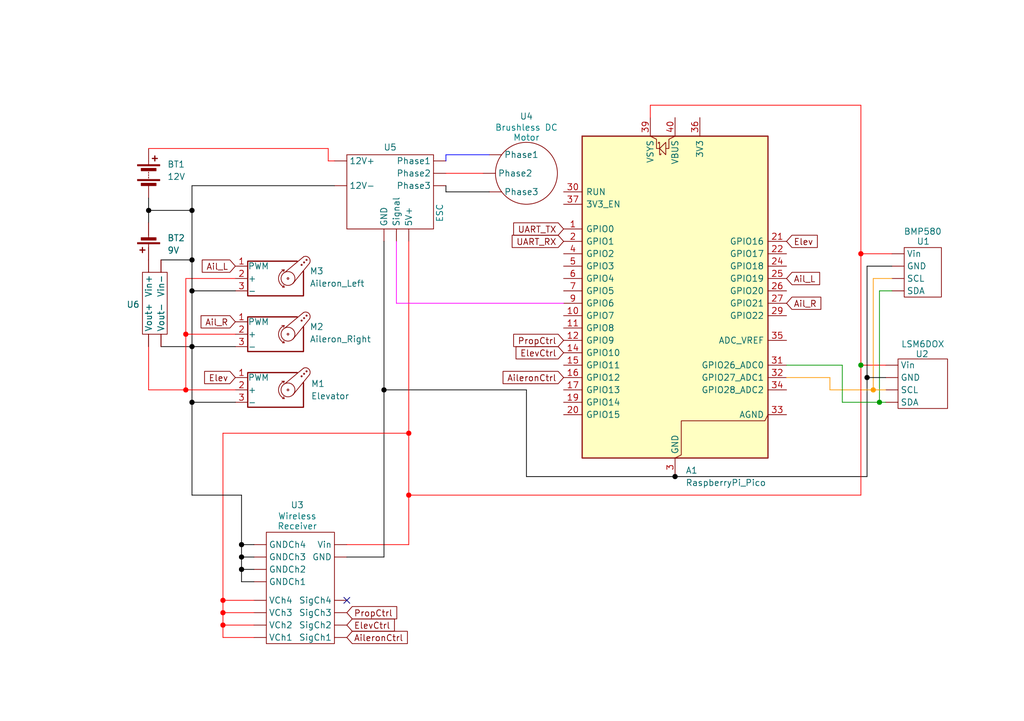
<source format=kicad_sch>
(kicad_sch (version 20250114) (generator "eeschema") (generator_version "9.0")
  (paper "User" 210 148)
  (title_block (title "Final Project Schematic") (company "ECE414") (comment 1 "By Robin Stopford and Sean McLoughlin"))
  (lib_symbols
    (symbol "Device:Battery" (pin_numbers (hide yes)) (pin_names (offset 0) (hide yes))
      (property "Reference" "BT" (at 2.54 2.54 0))
      (property "Value" "Battery" (at 2.54 0 0))
      (symbol "Battery_0_1"
        (rectangle (start -2.286 1.778) (end 2.286 1.524) (fill (type outline)))
        (rectangle (start -2.286 -1.27) (end 2.286 -1.524) (fill (type outline)))
        (rectangle (start -1.524 1.016) (end 1.524 0.508) (fill (type outline)))
        (rectangle (start -1.524 -2.032) (end 1.524 -2.54) (fill (type outline)))
        (polyline (pts (xy 0 1.778) (xy 0 2.54)))
        (polyline (pts (xy 0 0) (xy 0 0.254)))
        (polyline (pts (xy 0 -0.508) (xy 0 -0.254)))
        (polyline (pts (xy 0 -1.016) (xy 0 -0.762)))
        (polyline (pts (xy 0.762 3.048) (xy 1.778 3.048)) (stroke (width 0.254)))
        (polyline (pts (xy 1.27 3.556) (xy 1.27 2.54)) (stroke (width 0.254)))
      )
      (symbol "Battery_1_1"
        (pin passive line (at 0 5.08 270) (length 2.54) (name "+") (number "1"))
        (pin passive line (at 0 -5.08 90) (length 2.54) (name "-") (number "2"))
      )
    )
    (symbol "Device:Battery_Cell" (pin_numbers (hide yes)) (pin_names (offset 0) (hide yes))
      (property "Reference" "BT" (at 2.54 2.54 0))
      (property "Value" "Battery_Cell" (at 2.54 0 0))
      (symbol "Battery_Cell_0_1"
        (rectangle (start -2.286 1.778) (end 2.286 1.524) (fill (type outline)))
        (rectangle (start -1.524 1.016) (end 1.524 0.508) (fill (type outline)))
        (polyline (pts (xy 0 1.778) (xy 0 2.54)))
        (polyline (pts (xy 0 0.762) (xy 0 0)))
        (polyline (pts (xy 0.762 3.048) (xy 1.778 3.048)) (stroke (width 0.254)))
        (polyline (pts (xy 1.27 3.556) (xy 1.27 2.54)) (stroke (width 0.254)))
      )
      (symbol "Battery_Cell_1_1"
        (pin passive line (at 0 5.08 270) (length 2.54) (name "+") (number "1"))
        (pin passive line (at 0 -2.54 90) (length 2.54) (name "-") (number "2"))
      )
    )
    (symbol "MCU_Module:RaspberryPi_Pico" (pin_names (offset 0.762))
      (property "Reference" "A" (at -19.05 35.56 0))
      (property "Value" "RaspberryPi_Pico" (at 7.62 35.56 0))
      (symbol "RaspberryPi_Pico_0_1"
        (rectangle (start -19.05 34.29) (end 19.05 -31.75) (stroke (width 0.254)) (fill (type background)))
        (polyline (pts (xy -5.08 34.29) (xy -3.81 33.655) (xy -3.81 31.75) (xy -3.175 31.75)))
        (polyline (pts (xy -3.429 32.766) (xy -3.429 33.02) (xy -3.175 33.02) (xy -3.175 30.48) (xy -2.921 30.48) (xy -2.921 30.734)))
        (polyline (pts (xy -3.175 31.75) (xy -1.905 33.02) (xy -1.905 30.48) (xy -3.175 31.75)))
        (polyline (pts (xy 0 34.29) (xy -1.27 33.655) (xy -1.27 31.75) (xy -1.905 31.75)))
        (polyline (pts (xy 0 -31.75) (xy 1.27 -31.115) (xy 1.27 -24.13) (xy 18.415 -24.13) (xy 19.05 -22.86)))
      )
      (symbol "RaspberryPi_Pico_1_1"
        (pin passive line (at -22.86 22.86 0) (length 3.81) (name "RUN") (number "30"))
        (pin passive line (at -22.86 20.32 0) (length 3.81) (name "3V3_EN") (number "37"))
        (pin bidirectional line (at -22.86 15.24 0) (length 3.81) (name "GPIO0") (number "1"))
        (pin bidirectional line (at -22.86 12.7 0) (length 3.81) (name "GPIO1") (number "2"))
        (pin bidirectional line (at -22.86 10.16 0) (length 3.81) (name "GPIO2") (number "4"))
        (pin bidirectional line (at -22.86 7.62 0) (length 3.81) (name "GPIO3") (number "5"))
        (pin bidirectional line (at -22.86 5.08 0) (length 3.81) (name "GPIO4") (number "6"))
        (pin bidirectional line (at -22.86 2.54 0) (length 3.81) (name "GPIO5") (number "7"))
        (pin bidirectional line (at -22.86 0 0) (length 3.81) (name "GPIO6") (number "9"))
        (pin bidirectional line (at -22.86 -2.54 0) (length 3.81) (name "GPIO7") (number "10"))
        (pin bidirectional line (at -22.86 -5.08 0) (length 3.81) (name "GPIO8") (number "11"))
        (pin bidirectional line (at -22.86 -7.62 0) (length 3.81) (name "GPIO9") (number "12"))
        (pin bidirectional line (at -22.86 -10.16 0) (length 3.81) (name "GPIO10") (number "14"))
        (pin bidirectional line (at -22.86 -12.7 0) (length 3.81) (name "GPIO11") (number "15"))
        (pin bidirectional line (at -22.86 -15.24 0) (length 3.81) (name "GPIO12") (number "16"))
        (pin bidirectional line (at -22.86 -17.78 0) (length 3.81) (name "GPIO13") (number "17"))
        (pin bidirectional line (at -22.86 -20.32 0) (length 3.81) (name "GPIO14") (number "19"))
        (pin bidirectional line (at -22.86 -22.86 0) (length 3.81) (name "GPIO15") (number "20"))
        (pin power_in line (at -5.08 38.1 270) (length 3.81) (name "VSYS") (number "39"))
        (pin power_out line (at 0 38.1 270) (length 3.81) (name "VBUS") (number "40"))
        (pin passive line (at 0 -35.56 90) (length 3.81) (hide yes) (name "GND") (number "13"))
        (pin passive line (at 0 -35.56 90) (length 3.81) (hide yes) (name "GND") (number "18"))
        (pin passive line (at 0 -35.56 90) (length 3.81) (hide yes) (name "GND") (number "23"))
        (pin passive line (at 0 -35.56 90) (length 3.81) (hide yes) (name "GND") (number "28"))
        (pin power_out line (at 0 -35.56 90) (length 3.81) (name "GND") (number "3"))
        (pin passive line (at 0 -35.56 90) (length 3.81) (hide yes) (name "GND") (number "38"))
        (pin passive line (at 0 -35.56 90) (length 3.81) (hide yes) (name "GND") (number "8"))
        (pin power_out line (at 5.08 38.1 270) (length 3.81) (name "3V3") (number "36"))
        (pin bidirectional line (at 22.86 12.7 180) (length 3.81) (name "GPIO16") (number "21"))
        (pin bidirectional line (at 22.86 10.16 180) (length 3.81) (name "GPIO17") (number "22"))
        (pin bidirectional line (at 22.86 7.62 180) (length 3.81) (name "GPIO18") (number "24"))
        (pin bidirectional line (at 22.86 5.08 180) (length 3.81) (name "GPIO19") (number "25"))
        (pin bidirectional line (at 22.86 2.54 180) (length 3.81) (name "GPIO20") (number "26"))
        (pin bidirectional line (at 22.86 0 180) (length 3.81) (name "GPIO21") (number "27"))
        (pin bidirectional line (at 22.86 -2.54 180) (length 3.81) (name "GPIO22") (number "29"))
        (pin power_in line (at 22.86 -7.62 180) (length 3.81) (name "ADC_VREF") (number "35"))
        (pin bidirectional line (at 22.86 -12.7 180) (length 3.81) (name "GPIO26_ADC0") (number "31"))
        (pin bidirectional line (at 22.86 -15.24 180) (length 3.81) (name "GPIO27_ADC1") (number "32"))
        (pin bidirectional line (at 22.86 -17.78 180) (length 3.81) (name "GPIO28_ADC2") (number "34"))
        (pin power_out line (at 22.86 -22.86 180) (length 3.81) (name "AGND") (number "33"))
      )
    )
    (symbol "Motor:Motor_Servo" (pin_names (offset 0.0254))
      (property "Reference" "M" (at -5.08 4.445 0))
      (property "Value" "Motor_Servo" (at -5.08 -4.064 0))
      (symbol "Motor_Servo_0_1"
        (polyline (pts (xy 2.413 1.778) (xy 1.905 1.778)))
        (polyline (pts (xy 2.413 1.778) (xy 2.286 1.397)))
        (polyline (pts (xy 2.413 -1.778) (xy 2.032 -1.778)))
        (polyline (pts (xy 2.413 -1.778) (xy 2.286 -1.397)))
        (arc (start 2.413 -1.778) (mid 1.2406 0) (end 2.413 1.778))
        (circle (center 3.175 0) (radius 0.1778))
        (circle (center 3.175 0) (radius 1.4224))
        (polyline (pts (xy 5.08 3.556) (xy -5.08 3.556) (xy -5.08 -3.556) (xy 6.35 -3.556) (xy 6.35 1.524)) (stroke (width 0.254)))
        (circle (center 5.969 2.794) (radius 0.127))
        (polyline (pts (xy 6.35 4.445) (xy 2.54 1.27)))
        (circle (center 6.477 3.302) (radius 0.127))
        (arc (start 6.35 4.445) (mid 7.4487 4.2737) (end 7.62 3.175))
        (circle (center 6.985 3.81) (radius 0.127))
        (polyline (pts (xy 7.62 3.175) (xy 4.191 -1.016)))
      )
      (symbol "Motor_Servo_1_1"
        (pin passive line (at -7.62 2.54 0) (length 2.54) (name "PWM") (number "1"))
        (pin passive line (at -7.62 0 0) (length 2.54) (name "+") (number "2"))
        (pin passive line (at -7.62 -2.54 0) (length 2.54) (name "-") (number "3"))
      )
    )
    (symbol "projectLibrary:5V_Regulator"
      (property "Reference" "U" (at 0 0 0))
      (symbol "5V_Regulator_0_1"
        (rectangle (start -2.54 8.89) (end 2.54 -3.81))
      )
      (symbol "5V_Regulator_1_1"
        (pin input line (at -1.27 11.43 270) (length 2.54) (name "Vin+") (number ""))
        (pin output line (at -1.27 -6.35 90) (length 2.54) (name "Vout+") (number ""))
        (pin input line (at 1.27 11.43 270) (length 2.54) (name "Vin-") (number ""))
        (pin output line (at 1.27 -6.35 90) (length 2.54) (name "Vout-") (number ""))
      )
    )
    (symbol "projectLibrary:BLDC_Motor"
      (property "Reference" "U" (at 0 0 0))
      (symbol "BLDC_Motor_0_1"
        (circle (center 0 7.62) (radius 6.35))
      )
      (symbol "BLDC_Motor_1_1"
        (text "Brushless DC\nMotor" (at 0 16.002 0) (effects (font (size 1.27 1.27))))
        (pin output line (at 7.62 11.43 180) (length 2.54) (name "Phase1") (number ""))
        (pin output line (at 7.62 3.81 180) (length 2.54) (name "Phase3") (number ""))
        (pin output line (at 8.89 7.62 180) (length 2.54) (name "Phase2") (number ""))
      )
    )
    (symbol "projectLibrary:BMP580"
      (property "Reference" "U" (at 0 0 0))
      (symbol "BMP580_0_1"
        (rectangle (start -3.81 11.43) (end 3.81 1.27))
      )
      (symbol "BMP580_1_1"
        (text "BMP580" (at 0 -2.032 0) (effects (font (size 1.27 1.27))))
        (pin input line (at 6.35 10.16 180) (length 2.54) (name "SDA") (number ""))
        (pin input line (at 6.35 7.62 180) (length 2.54) (name "SCL") (number ""))
        (pin input line (at 6.35 5.08 180) (length 2.54) (name "GND") (number ""))
        (pin input line (at 6.35 2.54 180) (length 2.54) (name "Vin") (number ""))
      )
    )
    (symbol "projectLibrary:ESC"
      (property "Reference" "U" (at 0 0 0))
      (symbol "ESC_0_1"
        (rectangle (start -3.81 11.43) (end 11.43 -6.35))
      )
      (symbol "ESC_1_1"
        (text "ESC" (at 8.128 12.7 0) (effects (font (size 1.27 1.27))))
        (pin output line (at -2.54 13.97 270) (length 2.54) (name "Phase1") (number ""))
        (pin input line (at -2.54 -8.89 90) (length 2.54) (name "12V+") (number ""))
        (pin output line (at 0 13.97 270) (length 2.54) (name "Phase2") (number ""))
        (pin output line (at 2.54 13.97 270) (length 2.54) (name "Phase3") (number ""))
        (pin input line (at 2.54 -8.89 90) (length 2.54) (name "12V-") (number ""))
        (pin output line (at 13.97 6.35 180) (length 2.54) (name "5V+") (number ""))
        (pin input line (at 13.97 3.81 180) (length 2.54) (name "Signal") (number ""))
        (pin input line (at 13.97 1.27 180) (length 2.54) (name "GND") (number ""))
      )
    )
    (symbol "projectLibrary:LSM6DOX"
      (property "Reference" "U" (at 0 0 0))
      (symbol "LSM6DOX_0_1"
        (rectangle (start -5.08 11.43) (end 5.08 1.27))
      )
      (symbol "LSM6DOX_1_1"
        (text "LSM6DOX" (at 0 -1.778 0) (effects (font (size 1.27 1.27))))
        (pin input line (at 7.62 10.16 180) (length 2.54) (name "SDA") (number ""))
        (pin input line (at 7.62 7.62 180) (length 2.54) (name "SCL") (number ""))
        (pin output line (at 7.62 5.08 180) (length 2.54) (name "GND") (number ""))
        (pin input line (at 7.62 2.54 180) (length 2.54) (name "Vin") (number ""))
      )
    )
    (symbol "projectLibrary:Receiver"
      (property "Reference" "U" (at 0 0 0))
      (symbol "Receiver_0_1"
        (rectangle (start -6.35 24.13) (end 7.62 1.27))
      )
      (symbol "Receiver_1_1"
        (text "Wireless\nReceiver" (at 0 26.416 0) (effects (font (size 1.27 1.27))))
        (pin output line (at -8.89 21.59 0) (length 2.54) (name "GNDCh4") (number ""))
        (pin output line (at -8.89 19.05 0) (length 2.54) (name "GNDCh3") (number ""))
        (pin output line (at -8.89 16.51 0) (length 2.54) (name "GNDCh2") (number ""))
        (pin output line (at -8.89 13.97 0) (length 2.54) (name "GNDCh1") (number ""))
        (pin output line (at -8.89 10.16 0) (length 2.54) (name "VCh4") (number ""))
        (pin output line (at -8.89 7.62 0) (length 2.54) (name "VCh3") (number ""))
        (pin output line (at -8.89 5.08 0) (length 2.54) (name "VCh2") (number ""))
        (pin output line (at -8.89 2.54 0) (length 2.54) (name "VCh1") (number ""))
        (pin output line (at 10.16 21.59 180) (length 2.54) (name "Vin") (number ""))
        (pin output line (at 10.16 19.05 180) (length 2.54) (name "GND") (number ""))
        (pin output line (at 10.16 10.16 180) (length 2.54) (name "SigCh4") (number ""))
        (pin output line (at 10.16 7.62 180) (length 2.54) (name "SigCh3") (number ""))
        (pin output line (at 10.16 5.08 180) (length 2.54) (name "SigCh2") (number ""))
        (pin output line (at 10.16 2.54 180) (length 2.54) (name "SigCh1") (number ""))
      )
    )
  )
  (junction (at 78.74 80.01) (color 0 0 0 1))
  (junction (at 45.72 123.19) (color 255 0 0 1))
  (junction (at 38.1 68.58) (color 255 0 0 1))
  (junction (at 49.53 116.84) (color 0 0 0 1))
  (junction (at 176.53 52.07) (color 255 0 0 1))
  (junction (at 39.37 82.55) (color 0 0 0 1))
  (junction (at 83.82 101.6) (color 255 0 0 1))
  (junction (at 179.07 80.01) (color 255 153 0 1))
  (junction (at 38.1 80.01) (color 255 0 0 1))
  (junction (at 176.53 74.93))
  (junction (at 39.37 43.18) (color 0 0 0 1))
  (junction (at 138.43 97.79) (color 0 0 0 1))
  (junction (at 45.72 125.73) (color 255 0 0 1))
  (junction (at 177.8 77.47) (color 0 0 0 1))
  (junction (at 30.48 43.18) (color 0 0 0 1))
  (junction (at 180.34 82.55))
  (junction (at 45.72 128.27) (color 255 0 0 1))
  (junction (at 83.82 88.9) (color 255 0 0 1))
  (junction (at 49.53 114.3) (color 0 0 0 1))
  (junction (at 39.37 59.69) (color 0 0 0 1))
  (junction (at 39.37 71.12) (color 0 0 0 1))
  (junction (at 39.37 53.34) (color 0 0 0 1))
  (junction (at 49.53 111.76) (color 0 0 0 1))
  (no_connect (at 71.12 123.19))
  (wire (pts (xy 83.82 111.76) (xy 83.82 101.6)) (stroke (width 0) (color 255 0 0 1)))
  (wire (pts (xy 177.8 54.61) (xy 182.88 54.61)) (stroke (width 0) (color 0 0 0 1)))
  (wire (pts (xy 78.74 80.01) (xy 78.74 114.3)) (stroke (width 0) (color 0 0 0 1)))
  (wire (pts (xy 38.1 57.15) (xy 48.26 57.15)) (stroke (width 0) (color 255 0 0 1)))
  (wire (pts (xy 83.82 49.53) (xy 83.82 88.9)) (stroke (width 0) (color 255 0 0 1)))
  (wire (pts (xy 49.53 111.76) (xy 49.53 114.3)) (stroke (width 0) (color 0 0 0 1)))
  (wire (pts (xy 172.72 82.55) (xy 172.72 74.93)))
  (wire (pts (xy 39.37 101.6) (xy 49.53 101.6)) (stroke (width 0) (color 0 0 0 1)))
  (wire (pts (xy 172.72 74.93) (xy 161.29 74.93)))
  (wire (pts (xy 133.35 21.59) (xy 133.35 24.13)) (stroke (width 0) (color 255 0 0 1)))
  (wire (pts (xy 180.34 82.55) (xy 172.72 82.55)))
  (wire (pts (xy 133.35 21.59) (xy 176.53 21.59)) (stroke (width 0) (color 255 0 0 1)))
  (wire (pts (xy 30.48 80.01) (xy 30.48 71.12)) (stroke (width 0) (color 255 0 0 1)))
  (wire (pts (xy 91.44 31.75) (xy 91.44 33.02)) (stroke (width 0) (color 0 0 255 1)))
  (wire (pts (xy 180.34 59.69) (xy 180.34 82.55)))
  (wire (pts (xy 176.53 74.93) (xy 181.61 74.93)) (stroke (width 0) (color 255 0 0 1)))
  (wire (pts (xy 49.53 111.76) (xy 52.07 111.76)) (stroke (width 0) (color 0 0 0 1)))
  (wire (pts (xy 179.07 57.15) (xy 182.88 57.15)) (stroke (width 0) (color 255 153 0 1)))
  (wire (pts (xy 181.61 77.47) (xy 177.8 77.47)) (stroke (width 0) (color 0 0 0 1)))
  (wire (pts (xy 30.48 43.18) (xy 30.48 45.72)) (stroke (width 0) (color 0 0 0 1)))
  (wire (pts (xy 78.74 80.01) (xy 107.95 80.01)) (stroke (width 0) (color 0 0 0 1)))
  (wire (pts (xy 49.53 116.84) (xy 49.53 119.38)) (stroke (width 0) (color 0 0 0 1)))
  (wire (pts (xy 49.53 114.3) (xy 49.53 116.84)) (stroke (width 0) (color 0 0 0 1)))
  (wire (pts (xy 179.07 80.01) (xy 170.18 80.01)) (stroke (width 0) (color 255 153 0 1)))
  (wire (pts (xy 107.95 97.79) (xy 138.43 97.79)) (stroke (width 0) (color 0 0 0 1)))
  (wire (pts (xy 81.28 62.23) (xy 81.28 49.53)) (stroke (width 0) (color 255 0 255 1)))
  (wire (pts (xy 179.07 80.01) (xy 179.07 57.15)) (stroke (width 0) (color 255 153 0 1)))
  (wire (pts (xy 91.44 31.75) (xy 100.33 31.75)) (stroke (width 0) (color 0 0 255 1)))
  (wire (pts (xy 38.1 68.58) (xy 48.26 68.58)) (stroke (width 0) (color 255 0 0 1)))
  (wire (pts (xy 176.53 52.07) (xy 176.53 74.93)) (stroke (width 0) (color 255 0 0 1)))
  (wire (pts (xy 81.28 62.23) (xy 115.57 62.23)) (stroke (width 0) (color 255 0 255 1)))
  (wire (pts (xy 177.8 97.79) (xy 138.43 97.79)) (stroke (width 0) (color 0 0 0 1)))
  (wire (pts (xy 49.53 101.6) (xy 49.53 111.76)) (stroke (width 0) (color 0 0 0 1)))
  (wire (pts (xy 78.74 49.53) (xy 78.74 80.01)) (stroke (width 0) (color 0 0 0 1)))
  (wire (pts (xy 45.72 128.27) (xy 45.72 130.81)) (stroke (width 0) (color 255 0 0 1)))
  (wire (pts (xy 45.72 123.19) (xy 52.07 123.19)) (stroke (width 0) (color 255 0 0 1)))
  (wire (pts (xy 39.37 43.18) (xy 39.37 53.34)) (stroke (width 0) (color 0 0 0 1)))
  (wire (pts (xy 45.72 125.73) (xy 52.07 125.73)) (stroke (width 0) (color 255 0 0 1)))
  (wire (pts (xy 107.95 80.01) (xy 107.95 97.79)) (stroke (width 0) (color 0 0 0 1)))
  (wire (pts (xy 71.12 111.76) (xy 83.82 111.76)) (stroke (width 0) (color 255 0 0 1)))
  (wire (pts (xy 38.1 80.01) (xy 30.48 80.01)) (stroke (width 0) (color 255 0 0 1)))
  (wire (pts (xy 48.26 82.55) (xy 39.37 82.55)) (stroke (width 0) (color 0 0 0 1)))
  (wire (pts (xy 83.82 101.6) (xy 83.82 88.9)) (stroke (width 0) (color 255 0 0 1)))
  (wire (pts (xy 39.37 82.55) (xy 39.37 101.6)) (stroke (width 0) (color 0 0 0 1)))
  (wire (pts (xy 176.53 74.93) (xy 176.53 101.6)) (stroke (width 0) (color 255 0 0 1)))
  (wire (pts (xy 45.72 128.27) (xy 45.72 125.73)) (stroke (width 0) (color 255 0 0 1)))
  (wire (pts (xy 48.26 71.12) (xy 39.37 71.12)) (stroke (width 0) (color 0 0 0 1)))
  (wire (pts (xy 67.31 30.48) (xy 30.48 30.48)) (stroke (width 0) (color 255 0 0 1)))
  (wire (pts (xy 91.44 39.37) (xy 100.33 39.37)) (stroke (width 0) (color 0 0 0 1)))
  (wire (pts (xy 48.26 59.69) (xy 39.37 59.69)) (stroke (width 0) (color 0 0 0 1)))
  (wire (pts (xy 67.31 33.02) (xy 68.58 33.02)) (stroke (width 0) (color 255 0 0 1)))
  (wire (pts (xy 45.72 130.81) (xy 52.07 130.81)) (stroke (width 0) (color 255 0 0 1)))
  (wire (pts (xy 68.58 38.1) (xy 39.37 38.1)) (stroke (width 0) (color 0 0 0 1)))
  (wire (pts (xy 170.18 77.47) (xy 161.29 77.47)) (stroke (width 0) (color 255 153 0 1)))
  (wire (pts (xy 38.1 80.01) (xy 48.26 80.01)) (stroke (width 0) (color 255 0 0 1)))
  (wire (pts (xy 38.1 68.58) (xy 38.1 80.01)) (stroke (width 0) (color 255 0 0 1)))
  (wire (pts (xy 45.72 88.9) (xy 45.72 123.19)) (stroke (width 0) (color 255 0 0 1)))
  (wire (pts (xy 38.1 57.15) (xy 38.1 68.58)) (stroke (width 0) (color 255 0 0 1)))
  (wire (pts (xy 33.02 71.12) (xy 39.37 71.12)) (stroke (width 0) (color 0 0 0 1)))
  (wire (pts (xy 91.44 39.37) (xy 91.44 38.1)) (stroke (width 0) (color 0 0 0 1)))
  (wire (pts (xy 45.72 128.27) (xy 52.07 128.27)) (stroke (width 0) (color 255 0 0 1)))
  (wire (pts (xy 49.53 114.3) (xy 52.07 114.3)) (stroke (width 0) (color 0 0 0 1)))
  (wire (pts (xy 45.72 88.9) (xy 83.82 88.9)) (stroke (width 0) (color 255 0 0 1)))
  (wire (pts (xy 45.72 125.73) (xy 45.72 123.19)) (stroke (width 0) (color 255 0 0 1)))
  (wire (pts (xy 176.53 101.6) (xy 83.82 101.6)) (stroke (width 0) (color 255 0 0 1)))
  (wire (pts (xy 170.18 80.01) (xy 170.18 77.47)) (stroke (width 0) (color 255 153 0 1)))
  (wire (pts (xy 181.61 82.55) (xy 180.34 82.55)))
  (wire (pts (xy 177.8 77.47) (xy 177.8 54.61)) (stroke (width 0) (color 0 0 0 1)))
  (wire (pts (xy 39.37 53.34) (xy 39.37 59.69)) (stroke (width 0) (color 0 0 0 1)))
  (wire (pts (xy 39.37 71.12) (xy 39.37 59.69)) (stroke (width 0) (color 0 0 0 1)))
  (wire (pts (xy 78.74 114.3) (xy 71.12 114.3)) (stroke (width 0) (color 0 0 0 1)))
  (wire (pts (xy 30.48 43.18) (xy 39.37 43.18)) (stroke (width 0) (color 0 0 0 1)))
  (wire (pts (xy 180.34 59.69) (xy 182.88 59.69)))
  (wire (pts (xy 39.37 82.55) (xy 39.37 71.12)) (stroke (width 0) (color 0 0 0 1)))
  (wire (pts (xy 39.37 38.1) (xy 39.37 43.18)) (stroke (width 0) (color 0 0 0 1)))
  (wire (pts (xy 30.48 40.64) (xy 30.48 43.18)) (stroke (width 0) (color 0 0 0 1)))
  (wire (pts (xy 49.53 119.38) (xy 52.07 119.38)) (stroke (width 0) (color 0 0 0 1)))
  (wire (pts (xy 49.53 116.84) (xy 52.07 116.84)) (stroke (width 0) (color 0 0 0 1)))
  (wire (pts (xy 33.02 53.34) (xy 39.37 53.34)) (stroke (width 0) (color 0 0 0 1)))
  (wire (pts (xy 67.31 33.02) (xy 67.31 30.48)) (stroke (width 0) (color 255 0 0 1)))
  (wire (pts (xy 182.88 52.07) (xy 176.53 52.07)) (stroke (width 0) (color 255 0 0 1)))
  (wire (pts (xy 181.61 80.01) (xy 179.07 80.01)) (stroke (width 0) (color 255 153 0 1)))
  (wire (pts (xy 177.8 77.47) (xy 177.8 97.79)) (stroke (width 0) (color 0 0 0 1)))
  (wire (pts (xy 176.53 21.59) (xy 176.53 52.07)) (stroke (width 0) (color 255 0 0 1)))
  (wire (pts (xy 91.44 35.56) (xy 99.06 35.56)) (stroke (width 0) (color 255 0 0 1)))
  (global_label "ElevCtrl" (shape input) (at 71.12 128.27 0) (property "Intersheetrefs" "${INTERSHEET_REFS}" (effects (hide yes))))
  (global_label "Elev" (shape input) (at 48.26 77.47 180) (property "Intersheetrefs" "${INTERSHEET_REFS}" (effects (hide yes))))
  (global_label "PropCtrl" (shape input) (at 71.12 125.73 0) (property "Intersheetrefs" "${INTERSHEET_REFS}" (effects (hide yes))))
  (global_label "AileronCtrl" (shape input) (at 71.12 130.81 0) (property "Intersheetrefs" "${INTERSHEET_REFS}" (effects (hide yes))))
  (global_label "Ail_R" (shape input) (at 48.26 66.04 180) (property "Intersheetrefs" "${INTERSHEET_REFS}" (effects (hide yes))))
  (global_label "ElevCtrl" (shape input) (at 115.57 72.39 180) (property "Intersheetrefs" "${INTERSHEET_REFS}" (effects (hide yes))))
  (global_label "AileronCtrl" (shape input) (at 115.57 77.47 180) (property "Intersheetrefs" "${INTERSHEET_REFS}" (effects (hide yes))))
  (global_label "Ail_L" (shape input) (at 161.29 57.15 0) (property "Intersheetrefs" "${INTERSHEET_REFS}" (effects (hide yes))))
  (global_label "PropCtrl" (shape input) (at 115.57 69.85 180) (property "Intersheetrefs" "${INTERSHEET_REFS}" (effects (hide yes))))
  (global_label "Ail_L" (shape input) (at 48.26 54.61 180) (property "Intersheetrefs" "${INTERSHEET_REFS}" (effects (hide yes))))
  (global_label "UART_TX" (shape input) (at 115.57 46.99 180) (property "Intersheetrefs" "${INTERSHEET_REFS}" (effects (hide yes))))
  (global_label "Elev" (shape input) (at 161.29 49.53 0) (property "Intersheetrefs" "${INTERSHEET_REFS}" (effects (hide yes))))
  (global_label "Ail_R" (shape input) (at 161.29 62.23 0) (property "Intersheetrefs" "${INTERSHEET_REFS}" (effects (hide yes))))
  (global_label "UART_RX" (shape input) (at 115.57 49.53 180) (property "Intersheetrefs" "${INTERSHEET_REFS}" (effects (hide yes))))
  (symbol (lib_id "projectLibrary:BMP580") (at 189.23 49.53 180) (unit 1)
    (property "Reference" "U1" (at 187.96 49.53 0) (effects (justify right)))
  )
  (symbol (lib_id "projectLibrary:5V_Regulator") (at 31.75 64.77 0) (unit 1)
    (property "Reference" "U6" (at 25.908 62.484 0) (effects (justify left)))
  )
  (symbol (lib_id "MCU_Module:RaspberryPi_Pico") (at 138.43 62.23 0) (unit 1)
    (property "Reference" "A1" (at 140.5733 96.52 0) (effects (justify left)))
    (property "Value" "RaspberryPi_Pico" (at 140.5733 99.06 0) (effects (justify left)))
    (property "Footprint" "Module:RaspberryPi_Pico_Common_Unspecified" (effects (hide yes)))
    (property "Datasheet" "https://datasheets.raspberrypi.com/pico/pico-datasheet.pdf" (effects (hide yes)))
    (property "Description" "Versatile and inexpensive microcontroller module powered by RP2040 dual-core Arm Cortex-M0+ processor up to 133 MHz, 264kB SRAM, 2MB QSPI flash; also supports Raspberry Pi Pico 2" (effects (hide yes)))
  )
  (symbol (lib_id "projectLibrary:Receiver") (at 60.96 133.35 0) (unit 1)
    (property "Reference" "U3" (at 60.96 103.632 0))
  )
  (symbol (lib_id "Motor:Motor_Servo") (at 55.88 80.01 0) (unit 1)
    (property "Reference" "M1" (at 63.754 78.74 0) (effects (justify left)))
    (property "Value" "Elevator" (at 63.754 81.28 0) (effects (justify left)))
    (property "Datasheet" "http://forums.parallax.com/uploads/attachments/46831/74481.png" (effects (hide yes)))
    (property "Description" "Servo Motor (Futaba, HiTec, JR connector)" (effects (hide yes)))
  )
  (symbol (lib_id "projectLibrary:LSM6DOX") (at 189.23 72.39 180) (unit 1)
    (property "Reference" "U2" (at 187.706 72.644 0) (effects (justify right)))
  )
  (symbol (lib_id "Device:Battery_Cell") (at 30.48 48.26 180) (unit 1)
    (property "Reference" "BT2" (at 34.29 48.8314 0) (effects (justify right)))
    (property "Value" "9V" (at 34.29 51.3714 0) (effects (justify right)))
    (property "Description" "Single-cell battery" (effects (hide yes)))
  )
  (symbol (lib_id "Motor:Motor_Servo") (at 55.88 57.15 0) (unit 1)
    (property "Reference" "M3" (at 63.5 55.626 0) (effects (justify left)))
    (property "Value" "Aileron_Left" (at 63.5 58.166 0) (effects (justify left)))
    (property "Datasheet" "http://forums.parallax.com/uploads/attachments/46831/74481.png" (effects (hide yes)))
    (property "Description" "Servo Motor (Futaba, HiTec, JR connector)" (effects (hide yes)))
  )
  (symbol (lib_id "projectLibrary:BLDC_Motor") (at 107.95 43.18 0) (mirror y) (unit 1)
    (property "Reference" "U4" (at 107.95 23.876 0))
  )
  (symbol (lib_id "Device:Battery") (at 30.48 35.56 0) (unit 1)
    (property "Reference" "BT1" (at 34.29 33.7184 0) (effects (justify left)))
    (property "Value" "12V" (at 34.29 36.2584 0) (effects (justify left)))
    (property "Description" "Multiple-cell battery" (effects (hide yes)))
  )
  (symbol (lib_id "Motor:Motor_Servo") (at 55.88 68.58 0) (unit 1)
    (property "Reference" "M2" (at 63.5 67.056 0) (effects (justify left)))
    (property "Value" "Aileron_Right" (at 63.5 69.596 0) (effects (justify left)))
    (property "Datasheet" "http://forums.parallax.com/uploads/attachments/46831/74481.png" (effects (hide yes)))
    (property "Description" "Servo Motor (Futaba, HiTec, JR connector)" (effects (hide yes)))
  )
  (symbol (lib_id "projectLibrary:ESC") (at 77.47 35.56 270) (unit 1)
    (property "Reference" "U5" (at 80.01 30.226 90))
  )
)
</source>
